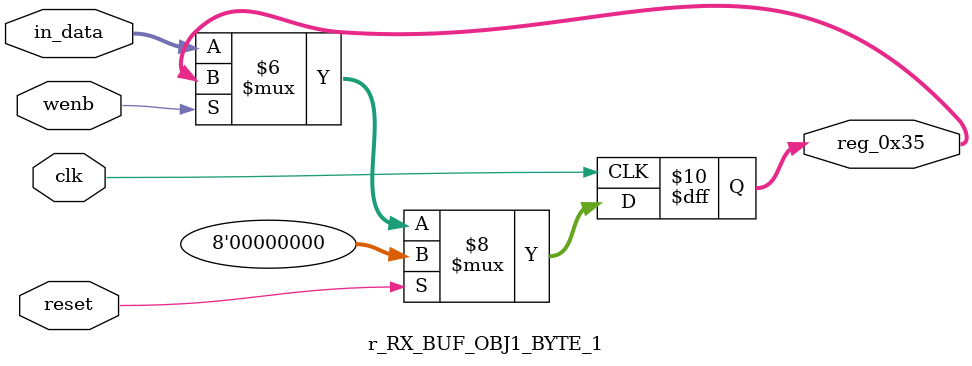
<source format=v>
module r_RX_BUF_OBJ1_BYTE_1(output reg [7:0] reg_0x35, input wire reset, input wire wenb, input wire [7:0] in_data, input wire clk);
	always@(posedge clk)
	begin
		if(reset==0) begin
			if(wenb==0)
				reg_0x35<=in_data;
			else
				reg_0x35<=reg_0x35;
		end
		else
			reg_0x35<=8'h00;
	end
endmodule
</source>
